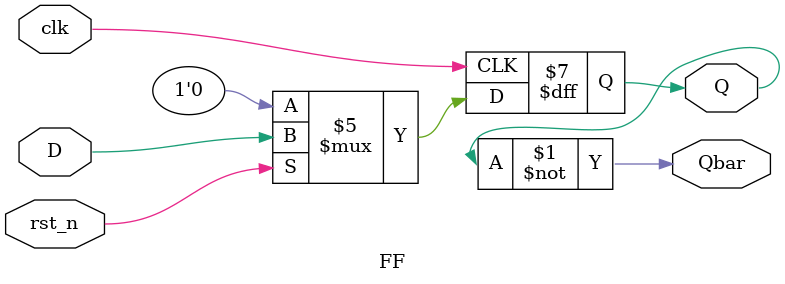
<source format=v>
module FF(
    input clk,
    input rst_n,
    input D,
    output reg Q,
    output  Qbar
);
parameter FF_TYPE = "DFF";
assign Qbar = ~ Q;

always @(posedge clk ) begin
    if (!rst_n) begin
        Q <= 0;
    end
    else if (FF_TYPE == "DFF") begin
        Q <= D;
    end else if (FF_TYPE == "TFF") begin
        Q <= Q ^ D; 
    end
end

endmodule
</source>
